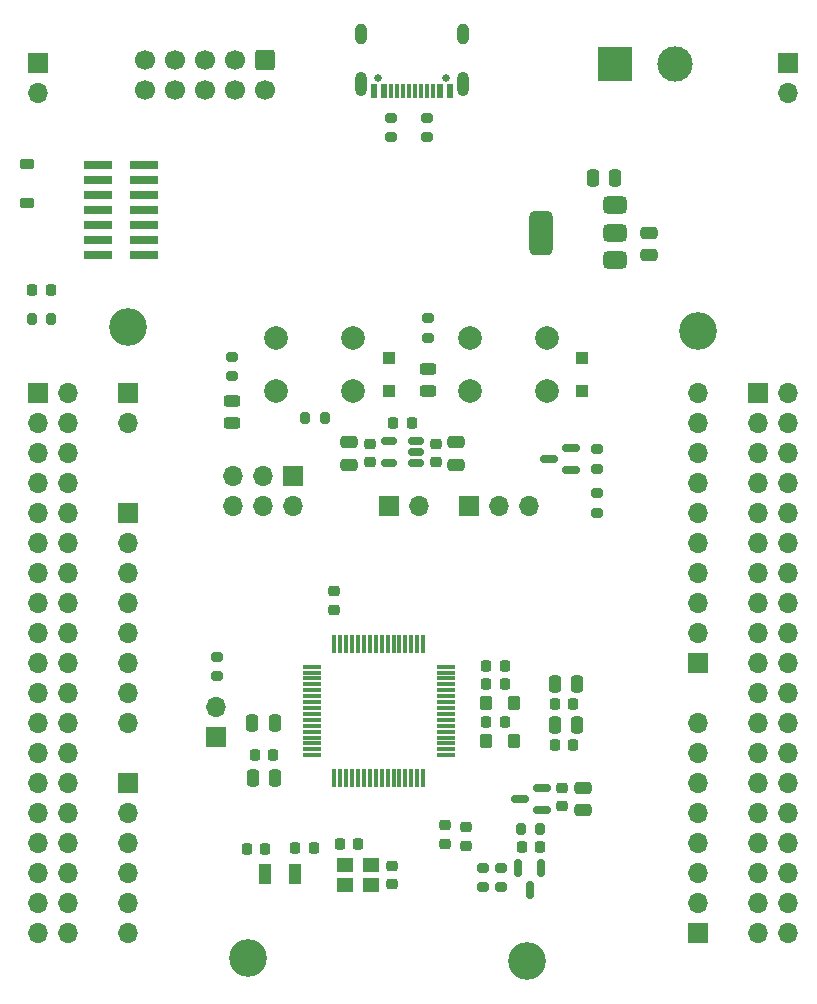
<source format=gbr>
%TF.GenerationSoftware,KiCad,Pcbnew,8.0.4*%
%TF.CreationDate,2024-12-11T23:07:32+07:00*%
%TF.ProjectId,G474-dev-board,47343734-2d64-4657-962d-626f6172642e,rev?*%
%TF.SameCoordinates,Original*%
%TF.FileFunction,Soldermask,Top*%
%TF.FilePolarity,Negative*%
%FSLAX46Y46*%
G04 Gerber Fmt 4.6, Leading zero omitted, Abs format (unit mm)*
G04 Created by KiCad (PCBNEW 8.0.4) date 2024-12-11 23:07:32*
%MOMM*%
%LPD*%
G01*
G04 APERTURE LIST*
G04 Aperture macros list*
%AMRoundRect*
0 Rectangle with rounded corners*
0 $1 Rounding radius*
0 $2 $3 $4 $5 $6 $7 $8 $9 X,Y pos of 4 corners*
0 Add a 4 corners polygon primitive as box body*
4,1,4,$2,$3,$4,$5,$6,$7,$8,$9,$2,$3,0*
0 Add four circle primitives for the rounded corners*
1,1,$1+$1,$2,$3*
1,1,$1+$1,$4,$5*
1,1,$1+$1,$6,$7*
1,1,$1+$1,$8,$9*
0 Add four rect primitives between the rounded corners*
20,1,$1+$1,$2,$3,$4,$5,0*
20,1,$1+$1,$4,$5,$6,$7,0*
20,1,$1+$1,$6,$7,$8,$9,0*
20,1,$1+$1,$8,$9,$2,$3,0*%
G04 Aperture macros list end*
%ADD10RoundRect,0.250000X0.300000X-0.300000X0.300000X0.300000X-0.300000X0.300000X-0.300000X-0.300000X0*%
%ADD11C,1.700000*%
%ADD12RoundRect,0.250000X-0.600000X0.600000X-0.600000X-0.600000X0.600000X-0.600000X0.600000X0.600000X0*%
%ADD13RoundRect,0.225000X0.375000X-0.225000X0.375000X0.225000X-0.375000X0.225000X-0.375000X-0.225000X0*%
%ADD14R,1.000000X1.800000*%
%ADD15R,1.400000X1.200000*%
%ADD16RoundRect,0.075000X0.075000X-0.700000X0.075000X0.700000X-0.075000X0.700000X-0.075000X-0.700000X0*%
%ADD17RoundRect,0.075000X0.700000X-0.075000X0.700000X0.075000X-0.700000X0.075000X-0.700000X-0.075000X0*%
%ADD18C,2.000000*%
%ADD19RoundRect,0.200000X0.200000X0.275000X-0.200000X0.275000X-0.200000X-0.275000X0.200000X-0.275000X0*%
%ADD20RoundRect,0.200000X-0.200000X-0.275000X0.200000X-0.275000X0.200000X0.275000X-0.200000X0.275000X0*%
%ADD21RoundRect,0.200000X0.275000X-0.200000X0.275000X0.200000X-0.275000X0.200000X-0.275000X-0.200000X0*%
%ADD22RoundRect,0.250000X0.275000X0.350000X-0.275000X0.350000X-0.275000X-0.350000X0.275000X-0.350000X0*%
%ADD23R,1.700000X1.700000*%
%ADD24O,1.700000X1.700000*%
%ADD25R,2.400000X0.740000*%
%ADD26RoundRect,0.225000X-0.225000X-0.250000X0.225000X-0.250000X0.225000X0.250000X-0.225000X0.250000X0*%
%ADD27RoundRect,0.250000X-0.250000X-0.475000X0.250000X-0.475000X0.250000X0.475000X-0.250000X0.475000X0*%
%ADD28RoundRect,0.225000X0.225000X0.250000X-0.225000X0.250000X-0.225000X-0.250000X0.225000X-0.250000X0*%
%ADD29RoundRect,0.225000X-0.250000X0.225000X-0.250000X-0.225000X0.250000X-0.225000X0.250000X0.225000X0*%
%ADD30RoundRect,0.225000X0.250000X-0.225000X0.250000X0.225000X-0.250000X0.225000X-0.250000X-0.225000X0*%
%ADD31RoundRect,0.250000X0.250000X0.475000X-0.250000X0.475000X-0.250000X-0.475000X0.250000X-0.475000X0*%
%ADD32C,3.200000*%
%ADD33RoundRect,0.150000X0.512500X0.150000X-0.512500X0.150000X-0.512500X-0.150000X0.512500X-0.150000X0*%
%ADD34RoundRect,0.200000X-0.275000X0.200000X-0.275000X-0.200000X0.275000X-0.200000X0.275000X0.200000X0*%
%ADD35RoundRect,0.150000X0.587500X0.150000X-0.587500X0.150000X-0.587500X-0.150000X0.587500X-0.150000X0*%
%ADD36RoundRect,0.250000X-0.475000X0.250000X-0.475000X-0.250000X0.475000X-0.250000X0.475000X0.250000X0*%
%ADD37R,3.000000X3.000000*%
%ADD38C,3.000000*%
%ADD39RoundRect,0.375000X0.625000X0.375000X-0.625000X0.375000X-0.625000X-0.375000X0.625000X-0.375000X0*%
%ADD40RoundRect,0.500000X0.500000X1.400000X-0.500000X1.400000X-0.500000X-1.400000X0.500000X-1.400000X0*%
%ADD41RoundRect,0.250000X0.475000X-0.250000X0.475000X0.250000X-0.475000X0.250000X-0.475000X-0.250000X0*%
%ADD42C,0.650000*%
%ADD43R,0.600000X1.240000*%
%ADD44R,0.300000X1.240000*%
%ADD45O,1.000000X2.100000*%
%ADD46O,1.000000X1.800000*%
%ADD47RoundRect,0.243750X0.456250X-0.243750X0.456250X0.243750X-0.456250X0.243750X-0.456250X-0.243750X0*%
%ADD48RoundRect,0.150000X-0.150000X0.587500X-0.150000X-0.587500X0.150000X-0.587500X0.150000X0.587500X0*%
G04 APERTURE END LIST*
D10*
%TO.C,D2*%
X135102600Y-90261000D03*
X135102600Y-87461000D03*
%TD*%
%TO.C,D1*%
X151460200Y-90261000D03*
X151460200Y-87461000D03*
%TD*%
D11*
%TO.C,J17*%
X114503200Y-64770000D03*
X114503200Y-62230000D03*
X117043200Y-64770000D03*
X117043200Y-62230000D03*
X119583200Y-64770000D03*
X119583200Y-62230000D03*
X122123200Y-64770000D03*
X122123200Y-62230000D03*
X124663200Y-64770000D03*
D12*
X124663200Y-62230000D03*
%TD*%
D13*
%TO.C,D6*%
X104444800Y-74370200D03*
X104444800Y-71070200D03*
%TD*%
D14*
%TO.C,Y2*%
X127157800Y-131114800D03*
X124657800Y-131114800D03*
%TD*%
D15*
%TO.C,Y1*%
X133614400Y-130366400D03*
X131414400Y-130366400D03*
X131414400Y-132066400D03*
X133614400Y-132066400D03*
%TD*%
D16*
%TO.C,U1*%
X130514400Y-123023000D03*
X131014400Y-123023000D03*
X131514400Y-123023000D03*
X132014400Y-123023000D03*
X132514400Y-123023000D03*
X133014400Y-123023000D03*
X133514400Y-123023000D03*
X134014400Y-123023000D03*
X134514400Y-123023000D03*
X135014400Y-123023000D03*
X135514400Y-123023000D03*
X136014400Y-123023000D03*
X136514400Y-123023000D03*
X137014400Y-123023000D03*
X137514400Y-123023000D03*
X138014400Y-123023000D03*
D17*
X139939400Y-121098000D03*
X139939400Y-120598000D03*
X139939400Y-120098000D03*
X139939400Y-119598000D03*
X139939400Y-119098000D03*
X139939400Y-118598000D03*
X139939400Y-118098000D03*
X139939400Y-117598000D03*
X139939400Y-117098000D03*
X139939400Y-116598000D03*
X139939400Y-116098000D03*
X139939400Y-115598000D03*
X139939400Y-115098000D03*
X139939400Y-114598000D03*
X139939400Y-114098000D03*
X139939400Y-113598000D03*
D16*
X138014400Y-111673000D03*
X137514400Y-111673000D03*
X137014400Y-111673000D03*
X136514400Y-111673000D03*
X136014400Y-111673000D03*
X135514400Y-111673000D03*
X135014400Y-111673000D03*
X134514400Y-111673000D03*
X134014400Y-111673000D03*
X133514400Y-111673000D03*
X133014400Y-111673000D03*
X132514400Y-111673000D03*
X132014400Y-111673000D03*
X131514400Y-111673000D03*
X131014400Y-111673000D03*
X130514400Y-111673000D03*
D17*
X128589400Y-113598000D03*
X128589400Y-114098000D03*
X128589400Y-114598000D03*
X128589400Y-115098000D03*
X128589400Y-115598000D03*
X128589400Y-116098000D03*
X128589400Y-116598000D03*
X128589400Y-117098000D03*
X128589400Y-117598000D03*
X128589400Y-118098000D03*
X128589400Y-118598000D03*
X128589400Y-119098000D03*
X128589400Y-119598000D03*
X128589400Y-120098000D03*
X128589400Y-120598000D03*
X128589400Y-121098000D03*
%TD*%
D18*
%TO.C,SW2*%
X125553400Y-85761000D03*
X132053400Y-85761000D03*
X125553400Y-90261000D03*
X132053400Y-90261000D03*
%TD*%
%TO.C,SW1*%
X148512600Y-90261000D03*
X142012600Y-90261000D03*
X148512600Y-85761000D03*
X142012600Y-85761000D03*
%TD*%
D19*
%TO.C,R6*%
X129704600Y-92557600D03*
X128054600Y-92557600D03*
%TD*%
D20*
%TO.C,R5*%
X104889800Y-84196400D03*
X106539800Y-84196400D03*
%TD*%
D21*
%TO.C,R4*%
X120548400Y-114401600D03*
X120548400Y-112751600D03*
%TD*%
D22*
%TO.C,L2*%
X145683000Y-116662200D03*
X143383000Y-116662200D03*
%TD*%
%TO.C,L1*%
X145683000Y-119862600D03*
X143383000Y-119862600D03*
%TD*%
D23*
%TO.C,J16*%
X141909800Y-99974400D03*
D24*
X144449800Y-99974400D03*
X146989800Y-99974400D03*
%TD*%
D23*
%TO.C,J8*%
X113003800Y-90388600D03*
D24*
X113003800Y-92928600D03*
%TD*%
D25*
%TO.C,J2*%
X110521200Y-71120000D03*
X114421200Y-71120000D03*
X110521200Y-72390000D03*
X114421200Y-72390000D03*
X110521200Y-73660000D03*
X114421200Y-73660000D03*
X110521200Y-74930000D03*
X114421200Y-74930000D03*
X110521200Y-76200000D03*
X114421200Y-76200000D03*
X110521200Y-77470000D03*
X114421200Y-77470000D03*
X110521200Y-78740000D03*
X114421200Y-78740000D03*
%TD*%
D23*
%TO.C,J1*%
X120472200Y-119532400D03*
D24*
X120472200Y-116992400D03*
%TD*%
D26*
%TO.C,C21*%
X144933000Y-115062000D03*
X143383000Y-115062000D03*
%TD*%
%TO.C,C19*%
X143383000Y-118262400D03*
X144933000Y-118262400D03*
%TD*%
D27*
%TO.C,C16*%
X149148800Y-115036600D03*
X151048800Y-115036600D03*
%TD*%
%TO.C,C15*%
X151048800Y-118541800D03*
X149148800Y-118541800D03*
%TD*%
D26*
%TO.C,C14*%
X150698800Y-116789200D03*
X149148800Y-116789200D03*
%TD*%
%TO.C,C13*%
X150698800Y-120269000D03*
X149148800Y-120269000D03*
%TD*%
%TO.C,C12*%
X143383000Y-113563400D03*
X144933000Y-113563400D03*
%TD*%
D28*
%TO.C,C11*%
X125311200Y-121107200D03*
X123761200Y-121107200D03*
%TD*%
D29*
%TO.C,C10*%
X139852400Y-127037800D03*
X139852400Y-128587800D03*
%TD*%
%TO.C,C9*%
X141655800Y-127190200D03*
X141655800Y-128740200D03*
%TD*%
D26*
%TO.C,C8*%
X104939800Y-81686400D03*
X106489800Y-81686400D03*
%TD*%
D30*
%TO.C,C7*%
X130479800Y-108762800D03*
X130479800Y-107212800D03*
%TD*%
D31*
%TO.C,C6*%
X125460800Y-118389400D03*
X123560800Y-118389400D03*
%TD*%
%TO.C,C5*%
X125511600Y-123037600D03*
X123611600Y-123037600D03*
%TD*%
D28*
%TO.C,C4*%
X128740200Y-128981200D03*
X127190200Y-128981200D03*
%TD*%
D26*
%TO.C,C3*%
X123113800Y-129032000D03*
X124663800Y-129032000D03*
%TD*%
D30*
%TO.C,C2*%
X135407400Y-131991400D03*
X135407400Y-130441400D03*
%TD*%
D26*
%TO.C,C1*%
X130964400Y-128625600D03*
X132514400Y-128625600D03*
%TD*%
D32*
%TO.C,H1*%
X146837400Y-138531600D03*
%TD*%
D30*
%TO.C,C25*%
X133489049Y-96305500D03*
X133489049Y-94755500D03*
%TD*%
%TO.C,C23*%
X139077049Y-96305500D03*
X139077049Y-94755500D03*
%TD*%
D33*
%TO.C,U3*%
X137415049Y-96393000D03*
X137415049Y-95443000D03*
X137415049Y-94493000D03*
X135140049Y-94493000D03*
X135140049Y-96393000D03*
%TD*%
D34*
%TO.C,R10*%
X138331800Y-67120000D03*
X138331800Y-68770000D03*
%TD*%
%TO.C,R3*%
X144576800Y-130606800D03*
X144576800Y-132256800D03*
%TD*%
D21*
%TO.C,R9*%
X138430000Y-85761000D03*
X138430000Y-84111000D03*
%TD*%
D24*
%TO.C,J9*%
X107948800Y-136108600D03*
X105408800Y-136108600D03*
X107948800Y-133568600D03*
X105408800Y-133568600D03*
X107948800Y-131028600D03*
X105408800Y-131028600D03*
X107948800Y-128488600D03*
X105408800Y-128488600D03*
X107948800Y-125948600D03*
X105408800Y-125948600D03*
X107948800Y-123408600D03*
X105408800Y-123408600D03*
X107948800Y-120868600D03*
X105408800Y-120868600D03*
X107948800Y-118328600D03*
X105408800Y-118328600D03*
X107948800Y-115788600D03*
X105408800Y-115788600D03*
X107948800Y-113248600D03*
X105408800Y-113248600D03*
X107948800Y-110708600D03*
X105408800Y-110708600D03*
X107948800Y-108168600D03*
X105408800Y-108168600D03*
X107948800Y-105628600D03*
X105408800Y-105628600D03*
X107948800Y-103088600D03*
X105408800Y-103088600D03*
X107948800Y-100548600D03*
X105408800Y-100548600D03*
X107948800Y-98008600D03*
X105408800Y-98008600D03*
X107948800Y-95468600D03*
X105408800Y-95468600D03*
X107948800Y-92928600D03*
X105408800Y-92928600D03*
X107948800Y-90388600D03*
D23*
X105408800Y-90388600D03*
%TD*%
D35*
%TO.C,Q2*%
X150518100Y-96962000D03*
X150518100Y-95062000D03*
X148643100Y-96012000D03*
%TD*%
D30*
%TO.C,C18*%
X149809200Y-125390200D03*
X149809200Y-123840200D03*
%TD*%
D32*
%TO.C,H3*%
X161313800Y-85140800D03*
%TD*%
D23*
%TO.C,J7*%
X166368800Y-90388600D03*
D24*
X168908800Y-90388600D03*
X166368800Y-92928600D03*
X168908800Y-92928600D03*
X166368800Y-95468600D03*
X168908800Y-95468600D03*
X166368800Y-98008600D03*
X168908800Y-98008600D03*
X166368800Y-100548600D03*
X168908800Y-100548600D03*
X166368800Y-103088600D03*
X168908800Y-103088600D03*
X166368800Y-105628600D03*
X168908800Y-105628600D03*
X166368800Y-108168600D03*
X168908800Y-108168600D03*
X166368800Y-110708600D03*
X168908800Y-110708600D03*
X166368800Y-113248600D03*
X168908800Y-113248600D03*
X166368800Y-115788600D03*
X168908800Y-115788600D03*
X166368800Y-118328600D03*
X168908800Y-118328600D03*
X166368800Y-120868600D03*
X168908800Y-120868600D03*
X166368800Y-123408600D03*
X168908800Y-123408600D03*
X166368800Y-125948600D03*
X168908800Y-125948600D03*
X166368800Y-128488600D03*
X168908800Y-128488600D03*
X166368800Y-131028600D03*
X168908800Y-131028600D03*
X166368800Y-133568600D03*
X168908800Y-133568600D03*
X166368800Y-136108600D03*
X168908800Y-136108600D03*
%TD*%
D34*
%TO.C,R11*%
X135331800Y-67120000D03*
X135331800Y-68770000D03*
%TD*%
D23*
%TO.C,J14*%
X105408800Y-62448600D03*
D24*
X105408800Y-64988600D03*
%TD*%
D26*
%TO.C,C26*%
X135502549Y-92965100D03*
X137052549Y-92965100D03*
%TD*%
D36*
%TO.C,C20*%
X151587200Y-123840200D03*
X151587200Y-125740200D03*
%TD*%
D21*
%TO.C,R8*%
X152730200Y-100548600D03*
X152730200Y-98898600D03*
%TD*%
%TO.C,R2*%
X143078200Y-132256800D03*
X143078200Y-130606800D03*
%TD*%
D36*
%TO.C,C28*%
X157175200Y-76849000D03*
X157175200Y-78749000D03*
%TD*%
D37*
%TO.C,J12*%
X154279600Y-62611000D03*
D38*
X159359600Y-62611000D03*
%TD*%
D20*
%TO.C,R1*%
X146304200Y-127355600D03*
X147954200Y-127355600D03*
%TD*%
D28*
%TO.C,C17*%
X147904200Y-128879600D03*
X146354200Y-128879600D03*
%TD*%
D31*
%TO.C,C27*%
X154279600Y-72263700D03*
X152379600Y-72263700D03*
%TD*%
D23*
%TO.C,J5*%
X161288800Y-136108600D03*
D24*
X161288800Y-133568600D03*
X161288800Y-131028600D03*
X161288800Y-128488600D03*
X161288800Y-125948600D03*
X161288800Y-123408600D03*
X161288800Y-120868600D03*
X161288800Y-118328600D03*
%TD*%
D32*
%TO.C,H2*%
X123164600Y-138277600D03*
%TD*%
D35*
%TO.C,Q1*%
X148066700Y-125740200D03*
X148066700Y-123840200D03*
X146191700Y-124790200D03*
%TD*%
D23*
%TO.C,J11*%
X135153400Y-99974400D03*
D24*
X137693400Y-99974400D03*
%TD*%
D39*
%TO.C,U4*%
X154279600Y-79149000D03*
X154279600Y-76849000D03*
D40*
X147979600Y-76849000D03*
D39*
X154279600Y-74549000D03*
%TD*%
D41*
%TO.C,C24*%
X131761849Y-96480500D03*
X131761849Y-94580500D03*
%TD*%
D34*
%TO.C,R12*%
X121869200Y-87363800D03*
X121869200Y-89013800D03*
%TD*%
D21*
%TO.C,R7*%
X152730200Y-96837000D03*
X152730200Y-95187000D03*
%TD*%
D23*
%TO.C,J15*%
X168908800Y-62448600D03*
D24*
X168908800Y-64988600D03*
%TD*%
D23*
%TO.C,J4*%
X113028800Y-123408600D03*
D24*
X113028800Y-125948600D03*
X113028800Y-128488600D03*
X113028800Y-131028600D03*
X113028800Y-133568600D03*
X113028800Y-136108600D03*
%TD*%
D32*
%TO.C,H4*%
X113003800Y-84861400D03*
%TD*%
D23*
%TO.C,J3*%
X113028800Y-100548600D03*
D24*
X113028800Y-103088600D03*
X113028800Y-105628600D03*
X113028800Y-108168600D03*
X113028800Y-110708600D03*
X113028800Y-113248600D03*
X113028800Y-115788600D03*
X113028800Y-118328600D03*
%TD*%
D42*
%TO.C,J10*%
X139971800Y-63716600D03*
X134191800Y-63716600D03*
D43*
X140281800Y-64836600D03*
X139481800Y-64836600D03*
D44*
X138331800Y-64836600D03*
X137331800Y-64836600D03*
X136831800Y-64836600D03*
X135831800Y-64836600D03*
D43*
X134681800Y-64836600D03*
X133881800Y-64836600D03*
X133881800Y-64836600D03*
X134681800Y-64836600D03*
D44*
X135331800Y-64836600D03*
X136331800Y-64836600D03*
X137831800Y-64836600D03*
X138831800Y-64836600D03*
D43*
X139481800Y-64836600D03*
X140281800Y-64836600D03*
D45*
X141401800Y-64236600D03*
D46*
X141401800Y-60036600D03*
D45*
X132761800Y-64236600D03*
D46*
X132761800Y-60036600D03*
%TD*%
D47*
%TO.C,D3*%
X138430000Y-90261000D03*
X138430000Y-88386000D03*
%TD*%
%TO.C,D4*%
X121869200Y-92987100D03*
X121869200Y-91112100D03*
%TD*%
D23*
%TO.C,J6*%
X161288800Y-113248600D03*
D24*
X161288800Y-110708600D03*
X161288800Y-108168600D03*
X161288800Y-105628600D03*
X161288800Y-103088600D03*
X161288800Y-100548600D03*
X161288800Y-98008600D03*
X161288800Y-95468600D03*
X161288800Y-92928600D03*
X161288800Y-90388600D03*
%TD*%
D41*
%TO.C,C22*%
X140804249Y-96480500D03*
X140804249Y-94580500D03*
%TD*%
D48*
%TO.C,U2*%
X147991700Y-130606800D03*
X146091700Y-130606800D03*
X147041700Y-132481800D03*
%TD*%
D23*
%TO.C,J13*%
X126985000Y-97459800D03*
D24*
X126985000Y-99999800D03*
X124445000Y-97459800D03*
X124445000Y-99999800D03*
X121905000Y-97459800D03*
X121905000Y-99999800D03*
%TD*%
M02*

</source>
